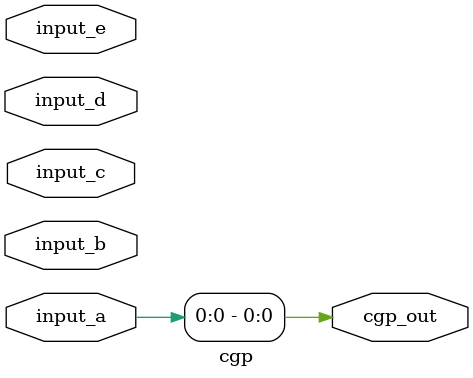
<source format=v>
module cgp(input [1:0] input_a, input [1:0] input_b, input [1:0] input_c, input [1:0] input_d, input [1:0] input_e, output [0:0] cgp_out);
  wire cgp_core_012;
  wire cgp_core_013;
  wire cgp_core_015;
  wire cgp_core_017;
  wire cgp_core_020;
  wire cgp_core_021;
  wire cgp_core_022;
  wire cgp_core_024;
  wire cgp_core_027_not;
  wire cgp_core_028;
  wire cgp_core_030;
  wire cgp_core_031;
  wire cgp_core_032;
  wire cgp_core_033;
  wire cgp_core_034;
  wire cgp_core_036_not;
  wire cgp_core_039;
  wire cgp_core_043;
  wire cgp_core_044;
  wire cgp_core_047;
  wire cgp_core_048;
  wire cgp_core_049;
  wire cgp_core_051;
  wire cgp_core_052_not;
  wire cgp_core_053;
  wire cgp_core_054;

  assign cgp_core_012 = input_e[0] ^ input_e[0];
  assign cgp_core_013 = input_e[1] & input_b[0];
  assign cgp_core_015 = input_c[0] & input_a[1];
  assign cgp_core_017 = ~(input_e[0] ^ input_c[1]);
  assign cgp_core_020 = input_a[0] & input_b[1];
  assign cgp_core_021 = ~(input_a[1] | input_e[0]);
  assign cgp_core_022 = input_e[1] & input_d[1];
  assign cgp_core_024 = input_a[0] & input_e[0];
  assign cgp_core_027_not = ~input_e[1];
  assign cgp_core_028 = input_c[1] ^ input_d[0];
  assign cgp_core_030 = ~(input_c[1] | input_e[1]);
  assign cgp_core_031 = input_d[0] & input_d[1];
  assign cgp_core_032 = ~input_b[0];
  assign cgp_core_033 = input_a[0] & input_e[0];
  assign cgp_core_034 = ~cgp_core_031;
  assign cgp_core_036_not = ~cgp_core_034;
  assign cgp_core_039 = ~(input_a[0] ^ cgp_core_034);
  assign cgp_core_043 = input_e[0] ^ input_c[0];
  assign cgp_core_044 = input_e[1] & input_a[0];
  assign cgp_core_047 = input_e[0] | input_b[1];
  assign cgp_core_048 = input_e[1] ^ input_e[0];
  assign cgp_core_049 = ~(input_d[0] ^ cgp_core_028);
  assign cgp_core_051 = ~(input_a[1] & input_e[0]);
  assign cgp_core_052_not = ~input_c[1];
  assign cgp_core_053 = input_b[0] | cgp_core_052_not;
  assign cgp_core_054 = ~input_d[1];

  assign cgp_out[0] = input_a[0];
endmodule
</source>
